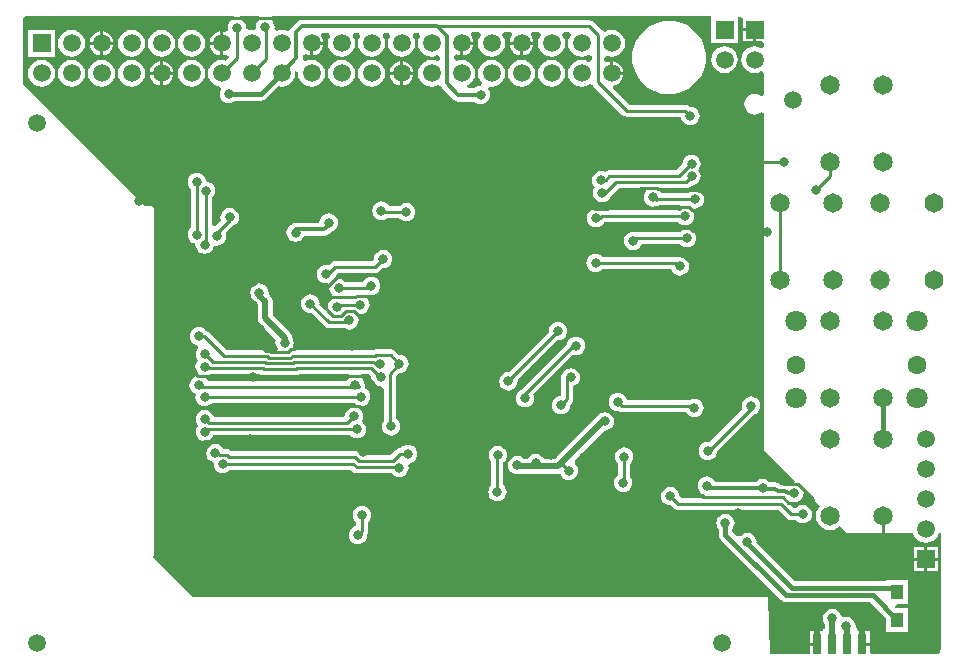
<source format=gtl>
%FSLAX43Y43*%
%MOMM*%
G71*
G01*
G75*
G04 Layer_Physical_Order=1*
G04 Layer_Color=255*
%ADD10R,0.800X1.800*%
%ADD11R,1.100X1.250*%
%ADD12C,1.500*%
%ADD13C,0.250*%
%ADD14C,0.300*%
%ADD15C,0.400*%
%ADD16C,0.500*%
%ADD17C,0.350*%
%ADD18C,1.650*%
%ADD19O,1.600X1.650*%
%ADD20C,1.600*%
%ADD21C,1.800*%
%ADD22C,1.520*%
%ADD23R,1.520X1.520*%
%ADD24R,1.500X1.500*%
%ADD25C,0.800*%
G36*
X61575Y52550D02*
X61575Y52317D01*
Y50300D01*
X63825D01*
Y52317D01*
X63825Y52482D01*
X64039Y52535D01*
X64236Y52378D01*
Y51552D01*
X65240D01*
Y51425D01*
X65367D01*
Y50421D01*
X65877D01*
X66054Y50244D01*
Y49993D01*
X65807Y49868D01*
X65534Y49981D01*
X65240Y50020D01*
X64946Y49981D01*
X64673Y49868D01*
X64438Y49687D01*
X64257Y49452D01*
X64144Y49179D01*
X64105Y48885D01*
X64144Y48591D01*
X64257Y48318D01*
X64438Y48083D01*
X64673Y47902D01*
X64946Y47789D01*
X65240Y47750D01*
X65534Y47789D01*
X65807Y47902D01*
X66054Y47777D01*
Y45907D01*
X66030Y45885D01*
X65804Y45798D01*
X65691Y45884D01*
X65478Y45972D01*
X65250Y46003D01*
X65022Y45972D01*
X64809Y45884D01*
X64626Y45744D01*
X64486Y45561D01*
X64398Y45348D01*
X64367Y45120D01*
X64398Y44892D01*
X64486Y44679D01*
X64626Y44496D01*
X64809Y44356D01*
X65022Y44268D01*
X65250Y44237D01*
X65478Y44268D01*
X65691Y44356D01*
X65804Y44442D01*
X66030Y44355D01*
X66054Y44333D01*
X66054Y15771D01*
X68650Y13175D01*
X68606Y13026D01*
X68544Y12928D01*
X68376Y12906D01*
X68188Y12828D01*
X68134Y12786D01*
X68048Y12844D01*
X67843Y12885D01*
X67415D01*
X67371Y12928D01*
X67197Y13044D01*
X66992Y13085D01*
X66529D01*
X66478Y13152D01*
X66316Y13276D01*
X66127Y13354D01*
X65925Y13381D01*
X65723Y13354D01*
X65534Y13276D01*
X65372Y13152D01*
X65359Y13135D01*
X61914D01*
X61880Y13216D01*
X61756Y13378D01*
X61594Y13503D01*
X61405Y13581D01*
X61203Y13607D01*
X61001Y13581D01*
X60812Y13503D01*
X60650Y13378D01*
X60526Y13216D01*
X60448Y13028D01*
X60421Y12826D01*
X60448Y12623D01*
X60526Y12435D01*
X60650Y12273D01*
X60812Y12149D01*
X61001Y12071D01*
X61083Y12060D01*
X61066Y11810D01*
X59106D01*
X58882Y11925D01*
X58855Y12127D01*
X58777Y12316D01*
X58653Y12478D01*
X58491Y12602D01*
X58302Y12680D01*
X58100Y12707D01*
X57898Y12680D01*
X57709Y12602D01*
X57547Y12478D01*
X57423Y12316D01*
X57345Y12127D01*
X57318Y11925D01*
X57345Y11723D01*
X57423Y11534D01*
X57547Y11372D01*
X57709Y11248D01*
X57898Y11170D01*
X58100Y11143D01*
X58154Y11150D01*
X58365Y10940D01*
X58530Y10829D01*
X58725Y10790D01*
X63082D01*
X63085Y10791D01*
X63722D01*
X63725Y10790D01*
X67232D01*
X67983Y10040D01*
X68148Y9929D01*
X68343Y9890D01*
X68739D01*
X68772Y9847D01*
X68934Y9723D01*
X69123Y9645D01*
X69325Y9618D01*
X69527Y9645D01*
X69716Y9723D01*
X69878Y9847D01*
X70002Y10009D01*
X70080Y10198D01*
X70107Y10400D01*
X70080Y10602D01*
X70002Y10791D01*
X69878Y10953D01*
X69716Y11077D01*
X69527Y11155D01*
X69325Y11182D01*
X69123Y11155D01*
X68934Y11077D01*
X68772Y10953D01*
X68512Y10952D01*
X68299Y11165D01*
X68328Y11251D01*
X68429Y11389D01*
X68578Y11369D01*
X68781Y11396D01*
X68969Y11474D01*
X69131Y11598D01*
X69255Y11760D01*
X69333Y11948D01*
X69355Y12116D01*
X69454Y12178D01*
X69603Y12222D01*
X70750Y11075D01*
X70582Y10855D01*
X70461Y10563D01*
X70420Y10250D01*
X70461Y9937D01*
X70582Y9645D01*
X70774Y9394D01*
X71025Y9202D01*
X71317Y9081D01*
X71630Y9040D01*
X71943Y9081D01*
X72235Y9202D01*
X72455Y9370D01*
X73006Y8818D01*
X78667Y8804D01*
X78767Y8563D01*
X78948Y8328D01*
X79183Y8147D01*
X79456Y8034D01*
X79750Y7995D01*
X80044Y8034D01*
X80317Y8147D01*
X80552Y8328D01*
X80733Y8563D01*
X80830Y8798D01*
X81067Y8797D01*
Y-250D01*
Y-250D01*
X81067Y-500D01*
D01*
X81051Y-743D01*
X81025Y-1002D01*
X80881Y-1479D01*
X75206Y-1479D01*
X75029Y-1302D01*
Y-752D01*
X74375D01*
Y-625D01*
X74248D01*
Y529D01*
X74080D01*
X73880Y650D01*
D01*
X73807Y900D01*
X73807Y901D01*
X73780Y1103D01*
X73702Y1292D01*
X73578Y1454D01*
X73416Y1578D01*
X73227Y1656D01*
X73025Y1683D01*
X72823Y1656D01*
X72584Y1778D01*
X72506Y1966D01*
X72381Y2128D01*
X72220Y2252D01*
X72031Y2330D01*
X71829Y2357D01*
X71626Y2330D01*
X71438Y2252D01*
X71276Y2128D01*
X71152Y1966D01*
X71074Y1778D01*
X71047Y1575D01*
X71074Y1373D01*
X71152Y1184D01*
X71198Y1124D01*
Y650D01*
X71060D01*
Y529D01*
X70692D01*
Y-625D01*
X70565D01*
Y-752D01*
X69911D01*
Y-1479D01*
X66509D01*
X66410Y3421D01*
X17704Y3421D01*
X14316Y6809D01*
X14400Y6934D01*
X14433Y7100D01*
Y36100D01*
X14400Y36266D01*
X14306Y36406D01*
X14166Y36500D01*
X14000Y36533D01*
X13617D01*
X3304Y46846D01*
X3304Y50296D01*
Y52351D01*
X3500Y52567D01*
X21146D01*
X21198Y52330D01*
X21009Y52252D01*
X20847Y52128D01*
X20723Y51966D01*
X20645Y51777D01*
X20618Y51575D01*
X20639Y51419D01*
X20539Y51304D01*
X20432Y51234D01*
X20375Y51258D01*
X20237Y51276D01*
Y50270D01*
Y49264D01*
X20375Y49282D01*
X20441Y49310D01*
X20720Y49156D01*
X20733Y49074D01*
X20469Y48810D01*
X20406Y48836D01*
X20110Y48875D01*
X19814Y48836D01*
X19538Y48721D01*
X19301Y48539D01*
X19119Y48302D01*
X19004Y48026D01*
X18965Y47730D01*
X19004Y47434D01*
X19119Y47158D01*
X19301Y46921D01*
X19538Y46739D01*
X19814Y46624D01*
X19920Y46610D01*
X20030Y46404D01*
X20039Y46342D01*
X19971Y46180D01*
X19944Y45977D01*
X19971Y45775D01*
X20049Y45587D01*
X20173Y45425D01*
X20335Y45300D01*
X20524Y45222D01*
X20726Y45196D01*
X20928Y45222D01*
X21117Y45300D01*
X21235Y45391D01*
X23437D01*
X23662Y45436D01*
X23852Y45563D01*
X24911Y46622D01*
X25190Y46585D01*
X25486Y46624D01*
X25762Y46739D01*
X25999Y46921D01*
X26181Y47158D01*
X26296Y47434D01*
X26335Y47730D01*
X26310Y47920D01*
X26363Y47959D01*
X26597Y47819D01*
X26585Y47730D01*
X26624Y47434D01*
X26739Y47158D01*
X26921Y46921D01*
X27158Y46739D01*
X27434Y46624D01*
X27730Y46585D01*
X28026Y46624D01*
X28302Y46739D01*
X28539Y46921D01*
X28721Y47158D01*
X28836Y47434D01*
X28875Y47730D01*
X28836Y48026D01*
X28721Y48302D01*
X28539Y48539D01*
X28302Y48721D01*
X28026Y48836D01*
X27730Y48875D01*
X27434Y48836D01*
X27217Y48746D01*
X27057Y48839D01*
X26995Y48912D01*
X27011Y48990D01*
Y49265D01*
X27261Y49367D01*
X27465Y49282D01*
X27603Y49264D01*
Y50270D01*
X27730D01*
Y50397D01*
X28736D01*
X28718Y50535D01*
X28616Y50781D01*
X28533Y50889D01*
X28656Y51139D01*
X29191D01*
X29315Y50889D01*
X29279Y50842D01*
X29164Y50566D01*
X29125Y50270D01*
X29164Y49974D01*
X29279Y49698D01*
X29461Y49461D01*
X29698Y49279D01*
X29974Y49164D01*
X30270Y49125D01*
X30566Y49164D01*
X30842Y49279D01*
X31079Y49461D01*
X31261Y49698D01*
X31376Y49974D01*
X31415Y50270D01*
X31376Y50566D01*
X31261Y50842D01*
X31225Y50889D01*
X31349Y51139D01*
X31731D01*
X31855Y50889D01*
X31819Y50842D01*
X31704Y50566D01*
X31665Y50270D01*
X31704Y49974D01*
X31819Y49698D01*
X32001Y49461D01*
X32238Y49279D01*
X32514Y49164D01*
X32810Y49125D01*
X33106Y49164D01*
X33382Y49279D01*
X33619Y49461D01*
X33801Y49698D01*
X33916Y49974D01*
X33955Y50270D01*
X33916Y50566D01*
X33801Y50842D01*
X33765Y50889D01*
X33889Y51139D01*
X34271D01*
X34395Y50889D01*
X34359Y50842D01*
X34244Y50566D01*
X34205Y50270D01*
X34244Y49974D01*
X34359Y49698D01*
X34541Y49461D01*
X34778Y49279D01*
X35054Y49164D01*
X35350Y49125D01*
X35646Y49164D01*
X35922Y49279D01*
X36159Y49461D01*
X36341Y49698D01*
X36456Y49974D01*
X36495Y50270D01*
X36456Y50566D01*
X36341Y50842D01*
X36305Y50889D01*
X36429Y51139D01*
X36811D01*
X36935Y50889D01*
X36899Y50842D01*
X36784Y50566D01*
X36745Y50270D01*
X36784Y49974D01*
X36899Y49698D01*
X37081Y49461D01*
X37318Y49279D01*
X37594Y49164D01*
X37890Y49125D01*
X38186Y49164D01*
X38389Y49248D01*
X38639Y49129D01*
Y48871D01*
X38389Y48752D01*
X38186Y48836D01*
X37890Y48875D01*
X37594Y48836D01*
X37318Y48721D01*
X37081Y48539D01*
X36899Y48302D01*
X36784Y48026D01*
X36745Y47730D01*
X36784Y47434D01*
X36899Y47158D01*
X37081Y46921D01*
X37318Y46739D01*
X37594Y46624D01*
X37890Y46585D01*
X38186Y46624D01*
X38415Y46719D01*
X38571Y46685D01*
X38712Y46615D01*
X38803Y46478D01*
X39778Y45503D01*
X39960Y45382D01*
X40175Y45339D01*
X41508D01*
X41659Y45223D01*
X41848Y45145D01*
X42050Y45118D01*
X42252Y45145D01*
X42441Y45223D01*
X42603Y45347D01*
X42727Y45509D01*
X42805Y45698D01*
X42832Y45900D01*
X42805Y46102D01*
X42727Y46291D01*
X42664Y46373D01*
X42795Y46608D01*
X42970Y46585D01*
X43266Y46624D01*
X43542Y46739D01*
X43779Y46921D01*
X43961Y47158D01*
X44076Y47434D01*
X44115Y47730D01*
X44076Y48026D01*
X43961Y48302D01*
X43779Y48539D01*
X43542Y48721D01*
X43266Y48836D01*
X42970Y48875D01*
X42674Y48836D01*
X42398Y48721D01*
X42161Y48539D01*
X41979Y48302D01*
X41864Y48026D01*
X41825Y47730D01*
X41864Y47434D01*
X41979Y47158D01*
X42161Y46921D01*
X42162Y46919D01*
X42063Y46680D01*
X42050Y46682D01*
X41848Y46655D01*
X41659Y46577D01*
X41508Y46461D01*
X40985D01*
X40935Y46711D01*
X41002Y46739D01*
X41239Y46921D01*
X41421Y47158D01*
X41536Y47434D01*
X41575Y47730D01*
X41536Y48026D01*
X41421Y48302D01*
X41239Y48539D01*
X41002Y48721D01*
X40726Y48836D01*
X40430Y48875D01*
X40134Y48836D01*
X40011Y48785D01*
X39761Y48951D01*
Y49215D01*
X40011Y49346D01*
X40165Y49282D01*
X40303Y49264D01*
Y50270D01*
X40430D01*
Y50397D01*
X41436D01*
X41418Y50535D01*
X41316Y50781D01*
X41194Y50940D01*
X41251Y51119D01*
X41306Y51190D01*
X41930D01*
X42054Y50940D01*
X41979Y50842D01*
X41864Y50566D01*
X41825Y50270D01*
X41864Y49974D01*
X41979Y49698D01*
X42161Y49461D01*
X42398Y49279D01*
X42674Y49164D01*
X42970Y49125D01*
X43266Y49164D01*
X43542Y49279D01*
X43779Y49461D01*
X43961Y49698D01*
X44076Y49974D01*
X44115Y50270D01*
X44076Y50566D01*
X43961Y50842D01*
X43886Y50940D01*
X44010Y51190D01*
X44634D01*
X44689Y51119D01*
X44746Y50940D01*
X44624Y50781D01*
X44522Y50535D01*
X44504Y50397D01*
X46516D01*
X46498Y50535D01*
X46396Y50781D01*
X46274Y50940D01*
X46331Y51119D01*
X46386Y51190D01*
X47010D01*
X47134Y50940D01*
X47059Y50842D01*
X46944Y50566D01*
X46905Y50270D01*
X46944Y49974D01*
X47059Y49698D01*
X47241Y49461D01*
X47478Y49279D01*
X47754Y49164D01*
X48050Y49125D01*
X48346Y49164D01*
X48622Y49279D01*
X48859Y49461D01*
X49041Y49698D01*
X49156Y49974D01*
X49195Y50270D01*
X49156Y50566D01*
X49041Y50842D01*
X48966Y50940D01*
X49090Y51190D01*
X49550D01*
X49674Y50940D01*
X49599Y50842D01*
X49484Y50566D01*
X49445Y50270D01*
X49484Y49974D01*
X49599Y49698D01*
X49781Y49461D01*
X50018Y49279D01*
X50294Y49164D01*
X50590Y49125D01*
X50886Y49164D01*
X51162Y49279D01*
X51190Y49300D01*
X51440Y49177D01*
Y48823D01*
X51190Y48700D01*
X51162Y48721D01*
X50886Y48836D01*
X50590Y48875D01*
X50294Y48836D01*
X50018Y48721D01*
X49781Y48539D01*
X49599Y48302D01*
X49484Y48026D01*
X49445Y47730D01*
X49484Y47434D01*
X49599Y47158D01*
X49781Y46921D01*
X50018Y46739D01*
X50294Y46624D01*
X50590Y46585D01*
X50886Y46624D01*
X51162Y46739D01*
X51232Y46792D01*
X51273Y46798D01*
X51551Y46722D01*
X51590Y46665D01*
X54040Y44215D01*
X54205Y44104D01*
X54237Y44098D01*
X54400Y44065D01*
X59025D01*
X59045Y43917D01*
X59123Y43729D01*
X59247Y43567D01*
X59409Y43443D01*
X59598Y43365D01*
X59800Y43338D01*
X60002Y43365D01*
X60191Y43443D01*
X60353Y43567D01*
X60477Y43729D01*
X60555Y43917D01*
X60582Y44120D01*
X60555Y44322D01*
X60477Y44511D01*
X60353Y44672D01*
X60191Y44797D01*
X60002Y44875D01*
X59800Y44901D01*
X59746Y44894D01*
X59705Y44935D01*
X59540Y45046D01*
X59345Y45085D01*
X54611D01*
X53228Y46468D01*
X53318Y46732D01*
X53395Y46742D01*
X53641Y46844D01*
X53853Y47007D01*
X54016Y47219D01*
X54118Y47465D01*
X54136Y47603D01*
X53130D01*
Y47730D01*
X53003D01*
Y48736D01*
X52865Y48718D01*
X52710Y48653D01*
X52460Y48784D01*
Y49050D01*
X52710Y49216D01*
X52834Y49164D01*
X53130Y49125D01*
X53426Y49164D01*
X53702Y49279D01*
X53939Y49461D01*
X54121Y49698D01*
X54236Y49974D01*
X54275Y50270D01*
X54236Y50566D01*
X54121Y50842D01*
X53939Y51079D01*
X53702Y51261D01*
X53426Y51376D01*
X53130Y51415D01*
X52834Y51376D01*
X52558Y51261D01*
X52310Y51360D01*
X51610Y52060D01*
X51445Y52171D01*
X51250Y52210D01*
X38577D01*
X38565Y52218D01*
X38350Y52261D01*
X26900D01*
X26685Y52218D01*
X26503Y52097D01*
X26053Y51647D01*
X25932Y51465D01*
X25929Y51449D01*
X25899Y51416D01*
X25646Y51310D01*
X25486Y51376D01*
X25190Y51415D01*
X24894Y51376D01*
X24806Y51339D01*
X24729Y51378D01*
X24591Y51521D01*
X24608Y51653D01*
X24581Y51855D01*
X24503Y52044D01*
X24379Y52205D01*
X24234Y52317D01*
X24233Y52344D01*
X24374Y52567D01*
X61332D01*
X61575Y52550D01*
D02*
G37*
G36*
X23420Y52344D02*
X23419Y52317D01*
X23274Y52205D01*
X23149Y52044D01*
X23071Y51855D01*
X23045Y51653D01*
X23051Y51603D01*
X23031Y51560D01*
X22840Y51390D01*
X22650Y51415D01*
X22409Y51383D01*
X22260Y51484D01*
X22182Y51575D01*
X22155Y51777D01*
X22077Y51966D01*
X21953Y52128D01*
X21791Y52252D01*
X21602Y52330D01*
X21654Y52567D01*
X23279D01*
X23420Y52344D01*
D02*
G37*
%LPC*%
G36*
X33798Y32783D02*
X33596Y32757D01*
X33407Y32679D01*
X33246Y32554D01*
X33121Y32393D01*
X33043Y32204D01*
X33017Y32002D01*
X32822Y31835D01*
X29750D01*
X29587Y31802D01*
X29555Y31796D01*
X29390Y31685D01*
X29176Y31472D01*
X29154Y31482D01*
X28952Y31508D01*
X28749Y31482D01*
X28561Y31404D01*
X28399Y31279D01*
X28275Y31118D01*
X28197Y30929D01*
X28170Y30727D01*
X28197Y30524D01*
X28275Y30336D01*
X28399Y30174D01*
X28561Y30050D01*
X28749Y29972D01*
X28952Y29945D01*
X29098Y29964D01*
X29226Y29850D01*
X29282Y29754D01*
X29272Y29729D01*
X29245Y29527D01*
X29272Y29324D01*
X29350Y29136D01*
X29474Y28974D01*
X29551Y28914D01*
X29537Y28655D01*
X29526Y28633D01*
X29509Y28626D01*
X29347Y28502D01*
X29223Y28340D01*
X29145Y28152D01*
X29118Y27949D01*
X29140Y27788D01*
X29049Y27711D01*
X28914Y27660D01*
X28401Y28173D01*
X28408Y28227D01*
X28382Y28429D01*
X28303Y28617D01*
X28179Y28779D01*
X28017Y28904D01*
X27829Y28982D01*
X27627Y29008D01*
X27424Y28982D01*
X27236Y28904D01*
X27074Y28779D01*
X26950Y28617D01*
X26871Y28429D01*
X26845Y28227D01*
X26871Y28024D01*
X26950Y27836D01*
X27074Y27674D01*
X27236Y27550D01*
X27424Y27471D01*
X27627Y27445D01*
X27680Y27452D01*
X28843Y26290D01*
X29008Y26179D01*
X29040Y26173D01*
X29203Y26140D01*
X30533D01*
X30553Y26125D01*
X30742Y26046D01*
X30944Y26020D01*
X31146Y26046D01*
X31335Y26125D01*
X31497Y26249D01*
X31621Y26411D01*
X31699Y26599D01*
X31726Y26801D01*
X31699Y27004D01*
X31650Y27123D01*
X31751Y27302D01*
X31813Y27353D01*
X31877Y27345D01*
X32079Y27371D01*
X32268Y27450D01*
X32429Y27574D01*
X32554Y27736D01*
X32632Y27924D01*
X32658Y28127D01*
X32632Y28329D01*
X32554Y28517D01*
X32481Y28612D01*
X32485Y28847D01*
X32512Y28931D01*
X32574Y28972D01*
X32777Y28945D01*
X32979Y28972D01*
X33168Y29050D01*
X33330Y29174D01*
X33454Y29336D01*
X33532Y29524D01*
X33558Y29727D01*
X33532Y29929D01*
X33454Y30117D01*
X33330Y30279D01*
X33168Y30404D01*
X32979Y30482D01*
X32777Y30508D01*
X32574Y30482D01*
X32386Y30404D01*
X32224Y30279D01*
X32100Y30117D01*
X32065Y30033D01*
X30615D01*
X30579Y30079D01*
X30417Y30204D01*
X30229Y30282D01*
X30027Y30308D01*
X29794Y30506D01*
X29784Y30638D01*
X29961Y30815D01*
X33122D01*
X33317Y30854D01*
X33482Y30965D01*
X33745Y31227D01*
X33798Y31220D01*
X34001Y31247D01*
X34189Y31325D01*
X34351Y31449D01*
X34475Y31611D01*
X34553Y31799D01*
X34580Y32002D01*
X34553Y32204D01*
X34475Y32393D01*
X34351Y32554D01*
X34189Y32679D01*
X34001Y32757D01*
X33798Y32783D01*
D02*
G37*
G36*
X18026Y39309D02*
X17824Y39282D01*
X17635Y39204D01*
X17473Y39080D01*
X17349Y38918D01*
X17271Y38729D01*
X17244Y38527D01*
X17271Y38325D01*
X17349Y38136D01*
X17473Y37974D01*
X17516Y37941D01*
Y34663D01*
X17473Y34630D01*
X17349Y34468D01*
X17271Y34279D01*
X17244Y34077D01*
X17271Y33875D01*
X17349Y33686D01*
X17473Y33524D01*
X17635Y33400D01*
X17824Y33322D01*
X17895Y33229D01*
X17894Y33227D01*
X17921Y33024D01*
X17999Y32836D01*
X18123Y32674D01*
X18285Y32550D01*
X18474Y32472D01*
X18676Y32445D01*
X18878Y32472D01*
X19067Y32550D01*
X19229Y32674D01*
X19353Y32836D01*
X19431Y33024D01*
X19700Y33149D01*
X19726Y33145D01*
X19928Y33172D01*
X20117Y33250D01*
X20279Y33374D01*
X20403Y33536D01*
X20481Y33725D01*
X20508Y33927D01*
X20481Y34129D01*
X20450Y34204D01*
X21028Y34782D01*
X21192Y34850D01*
X21354Y34974D01*
X21478Y35136D01*
X21556Y35325D01*
X21583Y35527D01*
X21556Y35729D01*
X21478Y35918D01*
X21354Y36080D01*
X21192Y36204D01*
X21003Y36282D01*
X20801Y36309D01*
X20599Y36282D01*
X20410Y36204D01*
X20248Y36080D01*
X20124Y35918D01*
X20046Y35729D01*
X20020Y35527D01*
X20046Y35325D01*
X20070Y35266D01*
X19560Y34756D01*
X19315Y34857D01*
X19310Y34864D01*
Y37215D01*
X19354Y37249D01*
X19478Y37411D01*
X19556Y37600D01*
X19583Y37802D01*
X19556Y38004D01*
X19478Y38193D01*
X19354Y38355D01*
X19192Y38479D01*
X19003Y38557D01*
X18801Y38584D01*
X18800Y38584D01*
X18781Y38729D01*
X18703Y38918D01*
X18579Y39080D01*
X18417Y39204D01*
X18228Y39282D01*
X18026Y39309D01*
D02*
G37*
G36*
X29177Y35859D02*
X28974Y35832D01*
X28786Y35754D01*
X28624Y35630D01*
X28500Y35468D01*
X28422Y35279D01*
X28396Y35086D01*
X26375D01*
X26160Y35043D01*
X25978Y34922D01*
X25971Y34911D01*
X25822Y34797D01*
X25698Y34635D01*
X25620Y34446D01*
X25593Y34244D01*
X25620Y34041D01*
X25698Y33853D01*
X25822Y33691D01*
X25984Y33567D01*
X26173Y33489D01*
X26375Y33462D01*
X26577Y33489D01*
X26766Y33567D01*
X26928Y33691D01*
X27052Y33853D01*
X27098Y33964D01*
X28825D01*
X29040Y34007D01*
X29222Y34128D01*
X29440Y34347D01*
X29567Y34400D01*
X29729Y34524D01*
X29854Y34686D01*
X29932Y34875D01*
X29958Y35077D01*
X29932Y35279D01*
X29854Y35468D01*
X29729Y35630D01*
X29567Y35754D01*
X29379Y35832D01*
X29177Y35859D01*
D02*
G37*
G36*
X51775Y32457D02*
X51573Y32430D01*
X51384Y32352D01*
X51222Y32228D01*
X51098Y32066D01*
X51020Y31877D01*
X50993Y31675D01*
X51020Y31473D01*
X51098Y31284D01*
X51222Y31122D01*
X51384Y30998D01*
X51573Y30920D01*
X51775Y30893D01*
X51977Y30920D01*
X52166Y30998D01*
X52328Y31122D01*
X52361Y31165D01*
X58148D01*
X58223Y30984D01*
X58347Y30822D01*
X58509Y30698D01*
X58698Y30620D01*
X58900Y30593D01*
X59102Y30620D01*
X59291Y30698D01*
X59453Y30822D01*
X59577Y30984D01*
X59655Y31173D01*
X59682Y31375D01*
X59655Y31577D01*
X59577Y31766D01*
X59453Y31928D01*
X59291Y32052D01*
X59102Y32130D01*
X58900Y32157D01*
X58799Y32143D01*
X58795Y32146D01*
X58600Y32185D01*
X52361D01*
X52328Y32228D01*
X52166Y32352D01*
X51977Y32430D01*
X51775Y32457D01*
D02*
G37*
G36*
X50125Y25432D02*
X49923Y25405D01*
X49734Y25327D01*
X49572Y25203D01*
X49448Y25041D01*
X49370Y24852D01*
X49368Y24838D01*
X45449Y20918D01*
X45409Y20902D01*
X45247Y20778D01*
X45123Y20616D01*
X45045Y20427D01*
X45018Y20225D01*
X45045Y20023D01*
X45123Y19834D01*
X45247Y19672D01*
X45409Y19548D01*
X45598Y19470D01*
X45800Y19443D01*
X46002Y19470D01*
X46191Y19548D01*
X46353Y19672D01*
X46477Y19834D01*
X46555Y20023D01*
X46582Y20225D01*
X46555Y20427D01*
X46509Y20537D01*
X49883Y23911D01*
X49923Y23895D01*
X50125Y23868D01*
X50327Y23895D01*
X50516Y23973D01*
X50678Y24097D01*
X50802Y24259D01*
X50880Y24448D01*
X50907Y24650D01*
X50880Y24852D01*
X50802Y25041D01*
X50678Y25203D01*
X50516Y25327D01*
X50327Y25405D01*
X50125Y25432D01*
D02*
G37*
G36*
X23326Y29933D02*
X23124Y29907D01*
X22935Y29829D01*
X22774Y29704D01*
X22649Y29542D01*
X22571Y29354D01*
X22545Y29152D01*
X22571Y28949D01*
X22649Y28761D01*
X22774Y28599D01*
X22777Y28596D01*
X22876Y28449D01*
X23163Y28162D01*
Y26973D01*
X23211Y26729D01*
X23349Y26522D01*
X24707Y25165D01*
X24695Y25136D01*
X24668Y24934D01*
X24695Y24731D01*
X24773Y24543D01*
X24868Y24419D01*
X24831Y24276D01*
X24763Y24169D01*
X24273D01*
X24195Y24221D01*
X24000Y24260D01*
X20535D01*
X18959Y25835D01*
X18839Y25916D01*
X18753Y26028D01*
X18591Y26152D01*
X18402Y26230D01*
X18200Y26257D01*
X17998Y26230D01*
X17809Y26152D01*
X17647Y26028D01*
X17523Y25866D01*
X17445Y25677D01*
X17418Y25475D01*
X17445Y25273D01*
X17523Y25084D01*
X17647Y24922D01*
X17809Y24798D01*
X17998Y24720D01*
X18043Y24714D01*
X18106Y24573D01*
X18126Y24451D01*
X18023Y24317D01*
X17945Y24129D01*
X17918Y23926D01*
X17945Y23724D01*
X18023Y23535D01*
X18114Y23417D01*
X17999Y23267D01*
X17921Y23079D01*
X17894Y22876D01*
X17921Y22674D01*
X17999Y22485D01*
X18103Y22350D01*
X18084Y22233D01*
X18020Y22087D01*
X17974Y22081D01*
X17785Y22003D01*
X17623Y21879D01*
X17499Y21717D01*
X17421Y21529D01*
X17394Y21326D01*
X17421Y21124D01*
X17499Y20935D01*
X17623Y20773D01*
X17785Y20649D01*
X17953Y20580D01*
X17921Y20503D01*
X17894Y20301D01*
X17921Y20099D01*
X17999Y19910D01*
X18123Y19748D01*
X18285Y19624D01*
X18474Y19546D01*
X18676Y19519D01*
X18878Y19546D01*
X19067Y19624D01*
X19229Y19748D01*
X19299Y19840D01*
X31339D01*
X31372Y19797D01*
X31516Y19687D01*
X31519Y19664D01*
X31361Y19455D01*
X31350Y19457D01*
X31148Y19430D01*
X30959Y19352D01*
X30797Y19228D01*
X30673Y19066D01*
X30595Y18877D01*
X30568Y18675D01*
X30334Y18610D01*
X19457D01*
X19455Y18627D01*
X19377Y18816D01*
X19253Y18978D01*
X19091Y19102D01*
X18902Y19180D01*
X18700Y19207D01*
X18498Y19180D01*
X18309Y19102D01*
X18147Y18978D01*
X18023Y18816D01*
X17945Y18627D01*
X17918Y18425D01*
X17945Y18223D01*
X18023Y18034D01*
X18126Y17900D01*
X18023Y17766D01*
X17945Y17577D01*
X17918Y17375D01*
X17945Y17173D01*
X18023Y16984D01*
X18147Y16822D01*
X18309Y16698D01*
X18498Y16620D01*
X18700Y16593D01*
X18902Y16620D01*
X19091Y16698D01*
X19253Y16822D01*
X19377Y16984D01*
X19421Y17090D01*
X30992D01*
X31024Y17048D01*
X31186Y16924D01*
X31374Y16846D01*
X31577Y16819D01*
X31779Y16846D01*
X31967Y16924D01*
X32129Y17048D01*
X32254Y17210D01*
X32332Y17399D01*
X32358Y17601D01*
X32332Y17803D01*
X32254Y17992D01*
X32129Y18154D01*
X32002Y18251D01*
X32027Y18284D01*
X32105Y18473D01*
X32132Y18675D01*
X32105Y18877D01*
X32027Y19066D01*
X31903Y19228D01*
X31759Y19338D01*
X31756Y19361D01*
X31914Y19570D01*
X31925Y19568D01*
X32127Y19595D01*
X32316Y19673D01*
X32478Y19797D01*
X32602Y19959D01*
X32680Y20148D01*
X32707Y20350D01*
X32680Y20552D01*
X32602Y20741D01*
X32478Y20903D01*
X32316Y21027D01*
X32256Y21052D01*
X32285Y21200D01*
X32246Y21395D01*
X32208Y21452D01*
X32195Y21552D01*
X32117Y21741D01*
X31993Y21903D01*
X31879Y21990D01*
X31918Y22190D01*
X31944Y22240D01*
X32568D01*
X32795Y22013D01*
X32793Y22000D01*
X32820Y21798D01*
X32898Y21609D01*
X33022Y21447D01*
X33184Y21323D01*
X33373Y21245D01*
X33575Y21218D01*
X33590Y21220D01*
X33840Y21015D01*
Y18271D01*
X33798Y18216D01*
X33720Y18027D01*
X33693Y17825D01*
X33720Y17623D01*
X33798Y17434D01*
X33922Y17272D01*
X34084Y17148D01*
X34273Y17070D01*
X34475Y17043D01*
X34677Y17070D01*
X34866Y17148D01*
X35028Y17272D01*
X35152Y17434D01*
X35230Y17623D01*
X35257Y17825D01*
X35230Y18027D01*
X35152Y18216D01*
X35028Y18378D01*
X34866Y18502D01*
X34860Y18504D01*
Y22089D01*
X35121Y22350D01*
X35175Y22343D01*
X35377Y22370D01*
X35566Y22448D01*
X35728Y22572D01*
X35852Y22734D01*
X35930Y22923D01*
X35957Y23125D01*
X35930Y23327D01*
X35852Y23516D01*
X35728Y23678D01*
X35566Y23802D01*
X35377Y23880D01*
X35175Y23907D01*
X35121Y23900D01*
X34810Y24210D01*
X34645Y24321D01*
X34450Y24360D01*
X33229D01*
X33034Y24321D01*
X32942Y24260D01*
X26225D01*
X26102Y24510D01*
X26127Y24543D01*
X26205Y24731D01*
X26232Y24934D01*
X26205Y25136D01*
X26127Y25324D01*
X26073Y25395D01*
X26039Y25567D01*
X25901Y25773D01*
X24437Y27237D01*
Y28425D01*
X24437Y28425D01*
X24389Y28669D01*
X24251Y28876D01*
X24251Y28876D01*
X24093Y29034D01*
X24108Y29152D01*
X24081Y29354D01*
X24003Y29542D01*
X23879Y29704D01*
X23717Y29829D01*
X23529Y29907D01*
X23326Y29933D01*
D02*
G37*
G36*
X48600Y26682D02*
X48398Y26655D01*
X48209Y26577D01*
X48047Y26453D01*
X47923Y26291D01*
X47845Y26102D01*
X47818Y25900D01*
X47825Y25846D01*
X44411Y22432D01*
X44402Y22433D01*
X44200Y22406D01*
X44011Y22328D01*
X43850Y22204D01*
X43725Y22042D01*
X43647Y21854D01*
X43621Y21651D01*
X43647Y21449D01*
X43725Y21260D01*
X43850Y21098D01*
X44011Y20974D01*
X44200Y20896D01*
X44402Y20870D01*
X44605Y20896D01*
X44793Y20974D01*
X44955Y21098D01*
X45079Y21260D01*
X45157Y21449D01*
X45184Y21651D01*
X45171Y21750D01*
X48546Y25125D01*
X48600Y25118D01*
X48802Y25145D01*
X48991Y25223D01*
X49153Y25347D01*
X49277Y25509D01*
X49355Y25698D01*
X49382Y25900D01*
X49355Y26102D01*
X49277Y26291D01*
X49153Y26453D01*
X48991Y26577D01*
X48802Y26655D01*
X48600Y26682D01*
D02*
G37*
G36*
X59528Y34558D02*
X59326Y34532D01*
X59137Y34454D01*
X58975Y34329D01*
X58942Y34286D01*
X55204D01*
X55155Y34307D01*
X54953Y34333D01*
X54750Y34307D01*
X54562Y34229D01*
X54400Y34104D01*
X54276Y33942D01*
X54198Y33754D01*
X54171Y33552D01*
X54198Y33349D01*
X54276Y33161D01*
X54400Y32999D01*
X54562Y32875D01*
X54750Y32797D01*
X54953Y32770D01*
X55155Y32797D01*
X55344Y32875D01*
X55505Y32999D01*
X55630Y33161D01*
X55674Y33267D01*
X58942D01*
X58975Y33224D01*
X59137Y33100D01*
X59326Y33022D01*
X59528Y32995D01*
X59730Y33022D01*
X59919Y33100D01*
X60081Y33224D01*
X60205Y33386D01*
X60283Y33574D01*
X60310Y33777D01*
X60283Y33979D01*
X60205Y34167D01*
X60081Y34329D01*
X59919Y34454D01*
X59730Y34532D01*
X59528Y34558D01*
D02*
G37*
G36*
X7410Y48875D02*
X7114Y48836D01*
X6838Y48721D01*
X6601Y48539D01*
X6419Y48302D01*
X6304Y48026D01*
X6265Y47730D01*
X6304Y47434D01*
X6419Y47158D01*
X6601Y46921D01*
X6838Y46739D01*
X7114Y46624D01*
X7410Y46585D01*
X7706Y46624D01*
X7982Y46739D01*
X8219Y46921D01*
X8401Y47158D01*
X8516Y47434D01*
X8555Y47730D01*
X8516Y48026D01*
X8401Y48302D01*
X8219Y48539D01*
X7982Y48721D01*
X7706Y48836D01*
X7410Y48875D01*
D02*
G37*
G36*
X9950D02*
X9654Y48836D01*
X9378Y48721D01*
X9141Y48539D01*
X8959Y48302D01*
X8844Y48026D01*
X8805Y47730D01*
X8844Y47434D01*
X8959Y47158D01*
X9141Y46921D01*
X9378Y46739D01*
X9654Y46624D01*
X9950Y46585D01*
X10246Y46624D01*
X10522Y46739D01*
X10759Y46921D01*
X10941Y47158D01*
X11056Y47434D01*
X11095Y47730D01*
X11056Y48026D01*
X10941Y48302D01*
X10759Y48539D01*
X10522Y48721D01*
X10246Y48836D01*
X9950Y48875D01*
D02*
G37*
G36*
X12490D02*
X12194Y48836D01*
X11918Y48721D01*
X11681Y48539D01*
X11499Y48302D01*
X11384Y48026D01*
X11345Y47730D01*
X11384Y47434D01*
X11499Y47158D01*
X11681Y46921D01*
X11918Y46739D01*
X12194Y46624D01*
X12490Y46585D01*
X12786Y46624D01*
X13062Y46739D01*
X13299Y46921D01*
X13481Y47158D01*
X13596Y47434D01*
X13635Y47730D01*
X13596Y48026D01*
X13481Y48302D01*
X13299Y48539D01*
X13062Y48721D01*
X12786Y48836D01*
X12490Y48875D01*
D02*
G37*
G36*
X4870D02*
X4574Y48836D01*
X4298Y48721D01*
X4061Y48539D01*
X3879Y48302D01*
X3764Y48026D01*
X3725Y47730D01*
X3764Y47434D01*
X3879Y47158D01*
X4061Y46921D01*
X4298Y46739D01*
X4574Y46624D01*
X4870Y46585D01*
X5166Y46624D01*
X5442Y46739D01*
X5679Y46921D01*
X5861Y47158D01*
X5976Y47434D01*
X6015Y47730D01*
X5976Y48026D01*
X5861Y48302D01*
X5679Y48539D01*
X5442Y48721D01*
X5166Y48836D01*
X4870Y48875D01*
D02*
G37*
G36*
X33652Y36884D02*
X33450Y36857D01*
X33261Y36779D01*
X33099Y36655D01*
X32975Y36493D01*
X32897Y36304D01*
X32870Y36102D01*
X32897Y35900D01*
X32975Y35711D01*
X33099Y35549D01*
X33261Y35425D01*
X33450Y35347D01*
X33652Y35320D01*
X33854Y35347D01*
X34043Y35425D01*
X34095Y35465D01*
X35164D01*
X35197Y35422D01*
X35359Y35298D01*
X35548Y35220D01*
X35750Y35193D01*
X35952Y35220D01*
X36141Y35298D01*
X36303Y35422D01*
X36427Y35584D01*
X36505Y35773D01*
X36532Y35975D01*
X36505Y36177D01*
X36427Y36366D01*
X36303Y36528D01*
X36141Y36652D01*
X35952Y36730D01*
X35750Y36757D01*
X35548Y36730D01*
X35359Y36652D01*
X35197Y36528D01*
X35164Y36485D01*
X34332D01*
X34329Y36493D01*
X34205Y36655D01*
X34043Y36779D01*
X33854Y36857D01*
X33652Y36884D01*
D02*
G37*
G36*
X59903Y40834D02*
X59701Y40807D01*
X59512Y40729D01*
X59350Y40605D01*
X59226Y40443D01*
X59148Y40254D01*
X59121Y40052D01*
X59123Y40039D01*
X58596Y39511D01*
X52952D01*
X52757Y39473D01*
X52611Y39375D01*
X52477Y39430D01*
X52275Y39457D01*
X52073Y39430D01*
X51884Y39352D01*
X51722Y39228D01*
X51598Y39066D01*
X51520Y38877D01*
X51493Y38675D01*
X51520Y38473D01*
X51598Y38284D01*
X51722Y38122D01*
X51740Y38109D01*
X51651Y37993D01*
X51572Y37804D01*
X51546Y37602D01*
X51572Y37400D01*
X51651Y37211D01*
X51775Y37049D01*
X51937Y36925D01*
X52125Y36847D01*
X52328Y36820D01*
X52530Y36847D01*
X52718Y36925D01*
X52880Y37049D01*
X53005Y37211D01*
X53023Y37255D01*
X53759Y37992D01*
X55941D01*
X56009Y37884D01*
X56046Y37742D01*
X55951Y37618D01*
X55873Y37429D01*
X55846Y37227D01*
X55873Y37025D01*
X55951Y36836D01*
X56075Y36674D01*
X56237Y36550D01*
X56425Y36472D01*
X56628Y36445D01*
X56825Y36471D01*
X56855Y36465D01*
X57050Y36504D01*
X57144Y36567D01*
X58944D01*
X58994Y36317D01*
X58962Y36304D01*
X58800Y36179D01*
X58785Y36160D01*
X52300D01*
X52225Y36145D01*
X52216Y36152D01*
X52027Y36230D01*
X51825Y36257D01*
X51623Y36230D01*
X51434Y36152D01*
X51272Y36028D01*
X51148Y35866D01*
X51070Y35677D01*
X51043Y35475D01*
X51070Y35273D01*
X51148Y35084D01*
X51272Y34922D01*
X51434Y34798D01*
X51623Y34720D01*
X51825Y34693D01*
X52027Y34720D01*
X52216Y34798D01*
X52378Y34922D01*
X52502Y35084D01*
X52525Y35140D01*
X58749D01*
X58800Y35074D01*
X58962Y34950D01*
X59151Y34872D01*
X59353Y34845D01*
X59555Y34872D01*
X59744Y34950D01*
X59906Y35074D01*
X60030Y35236D01*
X60108Y35424D01*
X60135Y35627D01*
X60108Y35829D01*
X60030Y36018D01*
X60013Y36040D01*
X60148Y36274D01*
X60177Y36270D01*
X60379Y36297D01*
X60568Y36375D01*
X60730Y36499D01*
X60854Y36661D01*
X60932Y36850D01*
X60959Y37052D01*
X60932Y37254D01*
X60854Y37443D01*
X60730Y37605D01*
X60568Y37729D01*
X60379Y37807D01*
X60177Y37834D01*
X59975Y37807D01*
X59786Y37729D01*
X59624Y37605D01*
X59611Y37587D01*
X57384D01*
X57249Y37768D01*
X57356Y37990D01*
X59401D01*
X59596Y38029D01*
X59762Y38140D01*
X59849Y38227D01*
X59903Y38220D01*
X60105Y38247D01*
X60294Y38325D01*
X60456Y38449D01*
X60580Y38611D01*
X60658Y38800D01*
X60685Y39002D01*
X60658Y39204D01*
X60580Y39393D01*
X60477Y39527D01*
X60580Y39661D01*
X60658Y39850D01*
X60685Y40052D01*
X60658Y40254D01*
X60580Y40443D01*
X60456Y40605D01*
X60294Y40729D01*
X60105Y40807D01*
X59903Y40834D01*
D02*
G37*
G36*
X58328Y52156D02*
X57611D01*
X56944Y51992D01*
X56206Y51608D01*
X55677Y51143D01*
X55203Y50464D01*
X54905Y49516D01*
X54905Y48707D01*
X55003Y48210D01*
X55280Y47542D01*
X55556Y47129D01*
X56076Y46609D01*
X56359Y46410D01*
X56959Y46126D01*
X57352Y46007D01*
X57698Y45956D01*
X58378D01*
X58847Y46049D01*
X59617Y46368D01*
X60689Y47440D01*
X61023Y48245D01*
X61105Y48656D01*
X61105Y49429D01*
X61002Y49946D01*
X60767Y50512D01*
X60454Y50982D01*
X59956Y51479D01*
X59510Y51777D01*
X58845Y52053D01*
X58328Y52156D01*
D02*
G37*
G36*
X80754Y6463D02*
X79877D01*
Y5586D01*
X80754D01*
Y6463D01*
D02*
G37*
G36*
X79623Y7594D02*
X78746D01*
Y6717D01*
X79623D01*
Y7594D01*
D02*
G37*
G36*
X80754D02*
X79877D01*
Y6717D01*
X80754D01*
Y7594D01*
D02*
G37*
G36*
X79623Y6463D02*
X78746D01*
Y5586D01*
X79623D01*
Y6463D01*
D02*
G37*
G36*
X70438Y529D02*
X69911D01*
Y-498D01*
X70438D01*
Y529D01*
D02*
G37*
G36*
X75029D02*
X74502D01*
Y-498D01*
X75029D01*
Y529D01*
D02*
G37*
G36*
X62778Y10432D02*
X62576Y10406D01*
X62387Y10328D01*
X62225Y10203D01*
X62101Y10041D01*
X62023Y9853D01*
X61997Y9651D01*
X62023Y9448D01*
X62101Y9260D01*
X62192Y9142D01*
Y8670D01*
X62237Y8445D01*
X62364Y8255D01*
X67508Y3110D01*
X67699Y2983D01*
X67923Y2939D01*
X75007D01*
X76400Y1546D01*
Y450D01*
X78250D01*
Y2450D01*
X77243D01*
X77166Y2550D01*
X77289Y2800D01*
X78250D01*
Y4800D01*
X76400D01*
Y4761D01*
X68668D01*
X65406Y8023D01*
X65407Y8025D01*
X65380Y8227D01*
X65302Y8416D01*
X65178Y8578D01*
X65016Y8702D01*
X64827Y8780D01*
X64625Y8807D01*
X64423Y8780D01*
X64234Y8702D01*
X64072Y8578D01*
X64064Y8567D01*
X63741Y8536D01*
X63364Y8913D01*
Y9142D01*
X63455Y9260D01*
X63533Y9448D01*
X63560Y9651D01*
X63533Y9853D01*
X63455Y10041D01*
X63331Y10203D01*
X63169Y10328D01*
X62981Y10406D01*
X62778Y10432D01*
D02*
G37*
G36*
X32000Y11107D02*
X31798Y11080D01*
X31609Y11002D01*
X31447Y10878D01*
X31323Y10716D01*
X31245Y10527D01*
X31218Y10325D01*
X31245Y10123D01*
X31323Y9934D01*
X31447Y9772D01*
X31490Y9739D01*
Y9386D01*
X31449Y9380D01*
X31261Y9302D01*
X31099Y9178D01*
X30975Y9016D01*
X30896Y8828D01*
X30870Y8625D01*
X30896Y8423D01*
X30975Y8235D01*
X31099Y8073D01*
X31261Y7948D01*
X31449Y7870D01*
X31652Y7844D01*
X31854Y7870D01*
X32042Y7948D01*
X32204Y8073D01*
X32329Y8235D01*
X32407Y8423D01*
X32433Y8625D01*
X32423Y8706D01*
X32471Y8779D01*
X32510Y8974D01*
Y9739D01*
X32553Y9772D01*
X32677Y9934D01*
X32755Y10123D01*
X32782Y10325D01*
X32755Y10527D01*
X32677Y10716D01*
X32553Y10878D01*
X32391Y11002D01*
X32202Y11080D01*
X32000Y11107D01*
D02*
G37*
G36*
X52550Y19032D02*
X52348Y19005D01*
X52159Y18927D01*
X51997Y18803D01*
X51901Y18677D01*
X48487Y15263D01*
X48336Y15112D01*
X47381D01*
X47379Y15117D01*
X47255Y15279D01*
X47093Y15403D01*
X46905Y15481D01*
X46702Y15508D01*
X46500Y15481D01*
X46312Y15403D01*
X46150Y15279D01*
X46025Y15117D01*
X46024Y15112D01*
X45694D01*
X45543Y15228D01*
X45355Y15306D01*
X45152Y15333D01*
X44950Y15306D01*
X44762Y15228D01*
X44600Y15104D01*
X44475Y14942D01*
X44397Y14753D01*
X44371Y14551D01*
X44397Y14349D01*
X44475Y14160D01*
X44600Y13998D01*
X44762Y13874D01*
X44950Y13796D01*
X45152Y13769D01*
X45355Y13796D01*
X45456Y13838D01*
X48600D01*
X48763Y13870D01*
X48834Y13698D01*
X48959Y13536D01*
X49121Y13412D01*
X49309Y13334D01*
X49511Y13307D01*
X49714Y13334D01*
X49902Y13412D01*
X50064Y13536D01*
X50188Y13698D01*
X50266Y13886D01*
X50293Y14089D01*
X50266Y14291D01*
X50188Y14479D01*
X50064Y14641D01*
X50040Y14660D01*
X50004Y14977D01*
X52501Y17475D01*
X52550Y17468D01*
X52752Y17495D01*
X52941Y17573D01*
X53103Y17697D01*
X53227Y17859D01*
X53305Y18048D01*
X53332Y18250D01*
X53305Y18452D01*
X53227Y18641D01*
X53103Y18803D01*
X52941Y18927D01*
X52752Y19005D01*
X52550Y19032D01*
D02*
G37*
G36*
X53675Y20682D02*
X53473Y20655D01*
X53284Y20577D01*
X53122Y20453D01*
X52998Y20291D01*
X52920Y20102D01*
X52893Y19900D01*
X52920Y19698D01*
X52998Y19509D01*
X53122Y19347D01*
X53284Y19223D01*
X53473Y19145D01*
X53675Y19118D01*
X53755Y19129D01*
X53830Y19079D01*
X54025Y19040D01*
X59464D01*
X59478Y19007D01*
X59602Y18846D01*
X59764Y18721D01*
X59953Y18643D01*
X60155Y18617D01*
X60357Y18643D01*
X60546Y18721D01*
X60708Y18846D01*
X60832Y19007D01*
X60910Y19196D01*
X60937Y19398D01*
X60910Y19601D01*
X60832Y19789D01*
X60708Y19951D01*
X60546Y20075D01*
X60357Y20153D01*
X60155Y20180D01*
X59953Y20153D01*
X59764Y20075D01*
X59744Y20060D01*
X54436D01*
X54430Y20102D01*
X54352Y20291D01*
X54228Y20453D01*
X54066Y20577D01*
X53877Y20655D01*
X53675Y20682D01*
D02*
G37*
G36*
X49675Y22757D02*
X49473Y22730D01*
X49284Y22652D01*
X49122Y22528D01*
X48998Y22366D01*
X48981Y22325D01*
X48928Y22245D01*
X48889Y22050D01*
Y20440D01*
X48853Y20408D01*
X48650Y20381D01*
X48462Y20303D01*
X48300Y20179D01*
X48176Y20017D01*
X48097Y19828D01*
X48071Y19626D01*
X48097Y19424D01*
X48176Y19235D01*
X48300Y19073D01*
X48462Y18949D01*
X48650Y18871D01*
X48853Y18844D01*
X49055Y18871D01*
X49243Y18949D01*
X49405Y19073D01*
X49530Y19235D01*
X49608Y19424D01*
X49634Y19626D01*
X49627Y19680D01*
X49759Y19812D01*
X49870Y19977D01*
X49908Y20172D01*
Y21233D01*
X50066Y21298D01*
X50228Y21422D01*
X50352Y21584D01*
X50430Y21773D01*
X50457Y21975D01*
X50430Y22177D01*
X50352Y22366D01*
X50228Y22528D01*
X50066Y22652D01*
X49877Y22730D01*
X49675Y22757D01*
D02*
G37*
G36*
X64950Y20382D02*
X64748Y20355D01*
X64559Y20277D01*
X64397Y20153D01*
X64273Y19991D01*
X64195Y19802D01*
X64168Y19600D01*
X64195Y19398D01*
X64227Y19321D01*
X61420Y16514D01*
X61278Y16533D01*
X61076Y16506D01*
X60887Y16428D01*
X60725Y16304D01*
X60601Y16142D01*
X60523Y15953D01*
X60496Y15751D01*
X60523Y15549D01*
X60601Y15360D01*
X60725Y15198D01*
X60887Y15074D01*
X61076Y14996D01*
X61278Y14969D01*
X61480Y14996D01*
X61669Y15074D01*
X61831Y15198D01*
X61955Y15360D01*
X62033Y15549D01*
X62054Y15706D01*
X65222Y18874D01*
X65341Y18923D01*
X65503Y19047D01*
X65627Y19209D01*
X65705Y19398D01*
X65732Y19600D01*
X65705Y19802D01*
X65627Y19991D01*
X65503Y20153D01*
X65341Y20277D01*
X65152Y20355D01*
X64950Y20382D01*
D02*
G37*
G36*
X43502Y16183D02*
X43300Y16156D01*
X43111Y16078D01*
X42950Y15954D01*
X42825Y15792D01*
X42747Y15603D01*
X42721Y15401D01*
X42747Y15199D01*
X42825Y15010D01*
X42950Y14848D01*
X42965Y14836D01*
Y12861D01*
X42922Y12828D01*
X42798Y12666D01*
X42720Y12477D01*
X42693Y12275D01*
X42720Y12073D01*
X42798Y11884D01*
X42922Y11722D01*
X43084Y11598D01*
X43273Y11520D01*
X43475Y11493D01*
X43677Y11520D01*
X43866Y11598D01*
X44028Y11722D01*
X44152Y11884D01*
X44230Y12073D01*
X44257Y12275D01*
X44230Y12477D01*
X44152Y12666D01*
X44028Y12828D01*
X43985Y12861D01*
Y14794D01*
X44055Y14848D01*
X44179Y15010D01*
X44257Y15199D01*
X44284Y15401D01*
X44257Y15603D01*
X44179Y15792D01*
X44055Y15954D01*
X43893Y16078D01*
X43705Y16156D01*
X43502Y16183D01*
D02*
G37*
G36*
X54203Y16058D02*
X54000Y16031D01*
X53812Y15953D01*
X53650Y15829D01*
X53526Y15667D01*
X53448Y15478D01*
X53421Y15276D01*
X53448Y15074D01*
X53526Y14885D01*
X53650Y14723D01*
X53693Y14690D01*
Y13695D01*
X53572Y13603D01*
X53448Y13441D01*
X53370Y13252D01*
X53343Y13050D01*
X53370Y12848D01*
X53448Y12659D01*
X53572Y12497D01*
X53734Y12373D01*
X53923Y12295D01*
X54125Y12268D01*
X54327Y12295D01*
X54516Y12373D01*
X54678Y12497D01*
X54802Y12659D01*
X54880Y12848D01*
X54907Y13050D01*
X54880Y13252D01*
X54802Y13441D01*
X54713Y13557D01*
Y14690D01*
X54756Y14723D01*
X54880Y14885D01*
X54958Y15074D01*
X54985Y15276D01*
X54958Y15478D01*
X54880Y15667D01*
X54756Y15829D01*
X54594Y15953D01*
X54405Y16031D01*
X54203Y16058D01*
D02*
G37*
G36*
X19601Y16333D02*
X19399Y16306D01*
X19210Y16228D01*
X19048Y16104D01*
X18924Y15942D01*
X18846Y15753D01*
X18819Y15551D01*
X18846Y15349D01*
X18924Y15160D01*
X19048Y14998D01*
X19210Y14874D01*
X19399Y14796D01*
X19454Y14724D01*
X19444Y14651D01*
X19471Y14449D01*
X19549Y14260D01*
X19673Y14098D01*
X19835Y13974D01*
X20024Y13896D01*
X20226Y13869D01*
X20428Y13896D01*
X20617Y13974D01*
X20779Y14098D01*
X20812Y14141D01*
X31062D01*
X31188Y14015D01*
X31353Y13905D01*
X31386Y13899D01*
X31549Y13866D01*
X34548D01*
X34619Y13773D01*
X34781Y13649D01*
X34970Y13571D01*
X35172Y13544D01*
X35374Y13571D01*
X35563Y13649D01*
X35725Y13773D01*
X35849Y13935D01*
X35927Y14123D01*
X35954Y14326D01*
X35927Y14528D01*
X36104Y14746D01*
X36293Y14824D01*
X36454Y14948D01*
X36579Y15110D01*
X36657Y15298D01*
X36683Y15501D01*
X36657Y15703D01*
X36579Y15892D01*
X36454Y16053D01*
X36293Y16178D01*
X36104Y16256D01*
X35902Y16282D01*
X35699Y16256D01*
X35511Y16178D01*
X35349Y16053D01*
X35316Y16011D01*
X35251D01*
X35088Y15978D01*
X35056Y15972D01*
X34890Y15861D01*
X34415Y15386D01*
X31967D01*
X31742Y15610D01*
X31577Y15721D01*
X31381Y15760D01*
X20934D01*
X20908Y15786D01*
X20742Y15897D01*
X20547Y15936D01*
X20281D01*
X20278Y15942D01*
X20154Y16104D01*
X19992Y16228D01*
X19803Y16306D01*
X19601Y16333D01*
D02*
G37*
G36*
X17570Y48875D02*
X17274Y48836D01*
X16998Y48721D01*
X16761Y48539D01*
X16579Y48302D01*
X16464Y48026D01*
X16425Y47730D01*
X16464Y47434D01*
X16579Y47158D01*
X16761Y46921D01*
X16998Y46739D01*
X17274Y46624D01*
X17570Y46585D01*
X17866Y46624D01*
X18142Y46739D01*
X18379Y46921D01*
X18561Y47158D01*
X18676Y47434D01*
X18715Y47730D01*
X18676Y48026D01*
X18561Y48302D01*
X18379Y48539D01*
X18142Y48721D01*
X17866Y48836D01*
X17570Y48875D01*
D02*
G37*
G36*
X6005Y51405D02*
X3735D01*
Y49135D01*
X6005D01*
Y51405D01*
D02*
G37*
G36*
X9823Y50143D02*
X8944D01*
X8962Y50005D01*
X9064Y49759D01*
X9227Y49547D01*
X9439Y49384D01*
X9685Y49282D01*
X9823Y49264D01*
Y50143D01*
D02*
G37*
G36*
X10956D02*
X10077D01*
Y49264D01*
X10215Y49282D01*
X10461Y49384D01*
X10673Y49547D01*
X10836Y49759D01*
X10938Y50005D01*
X10956Y50143D01*
D02*
G37*
G36*
X17570Y51415D02*
X17274Y51376D01*
X16998Y51261D01*
X16761Y51079D01*
X16579Y50842D01*
X16464Y50566D01*
X16425Y50270D01*
X16464Y49974D01*
X16579Y49698D01*
X16761Y49461D01*
X16998Y49279D01*
X17274Y49164D01*
X17570Y49125D01*
X17866Y49164D01*
X18142Y49279D01*
X18379Y49461D01*
X18561Y49698D01*
X18676Y49974D01*
X18715Y50270D01*
X18676Y50566D01*
X18561Y50842D01*
X18379Y51079D01*
X18142Y51261D01*
X17866Y51376D01*
X17570Y51415D01*
D02*
G37*
G36*
X65113Y51298D02*
X64236D01*
Y50421D01*
X65113D01*
Y51298D01*
D02*
G37*
G36*
X12490Y51415D02*
X12194Y51376D01*
X11918Y51261D01*
X11681Y51079D01*
X11499Y50842D01*
X11384Y50566D01*
X11345Y50270D01*
X11384Y49974D01*
X11499Y49698D01*
X11681Y49461D01*
X11918Y49279D01*
X12194Y49164D01*
X12490Y49125D01*
X12786Y49164D01*
X13062Y49279D01*
X13299Y49461D01*
X13481Y49698D01*
X13596Y49974D01*
X13635Y50270D01*
X13596Y50566D01*
X13481Y50842D01*
X13299Y51079D01*
X13062Y51261D01*
X12786Y51376D01*
X12490Y51415D01*
D02*
G37*
G36*
X15030D02*
X14734Y51376D01*
X14458Y51261D01*
X14221Y51079D01*
X14039Y50842D01*
X13924Y50566D01*
X13885Y50270D01*
X13924Y49974D01*
X14039Y49698D01*
X14221Y49461D01*
X14458Y49279D01*
X14734Y49164D01*
X15030Y49125D01*
X15326Y49164D01*
X15602Y49279D01*
X15839Y49461D01*
X16021Y49698D01*
X16136Y49974D01*
X16175Y50270D01*
X16136Y50566D01*
X16021Y50842D01*
X15839Y51079D01*
X15602Y51261D01*
X15326Y51376D01*
X15030Y51415D01*
D02*
G37*
G36*
X19983Y50143D02*
X19104D01*
X19122Y50005D01*
X19224Y49759D01*
X19387Y49547D01*
X19599Y49384D01*
X19845Y49282D01*
X19983Y49264D01*
Y50143D01*
D02*
G37*
G36*
X9823Y51276D02*
X9685Y51258D01*
X9439Y51156D01*
X9227Y50993D01*
X9064Y50781D01*
X8962Y50535D01*
X8944Y50397D01*
X9823D01*
Y51276D01*
D02*
G37*
G36*
X10077D02*
Y50397D01*
X10956D01*
X10938Y50535D01*
X10836Y50781D01*
X10673Y50993D01*
X10461Y51156D01*
X10215Y51258D01*
X10077Y51276D01*
D02*
G37*
G36*
X19983D02*
X19845Y51258D01*
X19599Y51156D01*
X19387Y50993D01*
X19224Y50781D01*
X19122Y50535D01*
X19104Y50397D01*
X19983D01*
Y51276D01*
D02*
G37*
G36*
X46516Y50143D02*
X45637D01*
Y49264D01*
X45775Y49282D01*
X46021Y49384D01*
X46233Y49547D01*
X46396Y49759D01*
X46498Y50005D01*
X46516Y50143D01*
D02*
G37*
G36*
X28736D02*
X27857D01*
Y49264D01*
X27995Y49282D01*
X28241Y49384D01*
X28453Y49547D01*
X28616Y49759D01*
X28718Y50005D01*
X28736Y50143D01*
D02*
G37*
G36*
X41436D02*
X40557D01*
Y49264D01*
X40695Y49282D01*
X40941Y49384D01*
X41153Y49547D01*
X41316Y49759D01*
X41418Y50005D01*
X41436Y50143D01*
D02*
G37*
G36*
X45383D02*
X44504D01*
X44522Y50005D01*
X44624Y49759D01*
X44787Y49547D01*
X44999Y49384D01*
X45245Y49282D01*
X45383Y49264D01*
Y50143D01*
D02*
G37*
G36*
X14903Y47603D02*
X14024D01*
X14042Y47465D01*
X14144Y47219D01*
X14307Y47007D01*
X14519Y46844D01*
X14765Y46742D01*
X14903Y46724D01*
Y47603D01*
D02*
G37*
G36*
X16036D02*
X15157D01*
Y46724D01*
X15295Y46742D01*
X15541Y46844D01*
X15753Y47007D01*
X15916Y47219D01*
X16018Y47465D01*
X16036Y47603D01*
D02*
G37*
G36*
X35223D02*
X34344D01*
X34362Y47465D01*
X34464Y47219D01*
X34627Y47007D01*
X34839Y46844D01*
X35085Y46742D01*
X35223Y46724D01*
Y47603D01*
D02*
G37*
G36*
X48050Y48875D02*
X47754Y48836D01*
X47478Y48721D01*
X47241Y48539D01*
X47059Y48302D01*
X46944Y48026D01*
X46905Y47730D01*
X46944Y47434D01*
X47059Y47158D01*
X47241Y46921D01*
X47478Y46739D01*
X47754Y46624D01*
X48050Y46585D01*
X48346Y46624D01*
X48622Y46739D01*
X48859Y46921D01*
X49041Y47158D01*
X49156Y47434D01*
X49195Y47730D01*
X49156Y48026D01*
X49041Y48302D01*
X48859Y48539D01*
X48622Y48721D01*
X48346Y48836D01*
X48050Y48875D01*
D02*
G37*
G36*
X30270D02*
X29974Y48836D01*
X29698Y48721D01*
X29461Y48539D01*
X29279Y48302D01*
X29164Y48026D01*
X29125Y47730D01*
X29164Y47434D01*
X29279Y47158D01*
X29461Y46921D01*
X29698Y46739D01*
X29974Y46624D01*
X30270Y46585D01*
X30566Y46624D01*
X30842Y46739D01*
X31079Y46921D01*
X31261Y47158D01*
X31376Y47434D01*
X31415Y47730D01*
X31376Y48026D01*
X31261Y48302D01*
X31079Y48539D01*
X30842Y48721D01*
X30566Y48836D01*
X30270Y48875D01*
D02*
G37*
G36*
X32810D02*
X32514Y48836D01*
X32238Y48721D01*
X32001Y48539D01*
X31819Y48302D01*
X31704Y48026D01*
X31665Y47730D01*
X31704Y47434D01*
X31819Y47158D01*
X32001Y46921D01*
X32238Y46739D01*
X32514Y46624D01*
X32810Y46585D01*
X33106Y46624D01*
X33382Y46739D01*
X33619Y46921D01*
X33801Y47158D01*
X33916Y47434D01*
X33955Y47730D01*
X33916Y48026D01*
X33801Y48302D01*
X33619Y48539D01*
X33382Y48721D01*
X33106Y48836D01*
X32810Y48875D01*
D02*
G37*
G36*
X45510D02*
X45214Y48836D01*
X44938Y48721D01*
X44701Y48539D01*
X44519Y48302D01*
X44404Y48026D01*
X44365Y47730D01*
X44404Y47434D01*
X44519Y47158D01*
X44701Y46921D01*
X44938Y46739D01*
X45214Y46624D01*
X45510Y46585D01*
X45806Y46624D01*
X46082Y46739D01*
X46319Y46921D01*
X46501Y47158D01*
X46616Y47434D01*
X46655Y47730D01*
X46616Y48026D01*
X46501Y48302D01*
X46319Y48539D01*
X46082Y48721D01*
X45806Y48836D01*
X45510Y48875D01*
D02*
G37*
G36*
X36356Y47603D02*
X35477D01*
Y46724D01*
X35615Y46742D01*
X35861Y46844D01*
X36073Y47007D01*
X36236Y47219D01*
X36338Y47465D01*
X36356Y47603D01*
D02*
G37*
G36*
X35477Y48736D02*
Y47857D01*
X36356D01*
X36338Y47995D01*
X36236Y48241D01*
X36073Y48453D01*
X35861Y48616D01*
X35615Y48718D01*
X35477Y48736D01*
D02*
G37*
G36*
X53257D02*
Y47857D01*
X54136D01*
X54118Y47995D01*
X54016Y48241D01*
X53853Y48453D01*
X53641Y48616D01*
X53395Y48718D01*
X53257Y48736D01*
D02*
G37*
G36*
X7410Y51415D02*
X7114Y51376D01*
X6838Y51261D01*
X6601Y51079D01*
X6419Y50842D01*
X6304Y50566D01*
X6265Y50270D01*
X6304Y49974D01*
X6419Y49698D01*
X6601Y49461D01*
X6838Y49279D01*
X7114Y49164D01*
X7410Y49125D01*
X7706Y49164D01*
X7982Y49279D01*
X8219Y49461D01*
X8401Y49698D01*
X8516Y49974D01*
X8555Y50270D01*
X8516Y50566D01*
X8401Y50842D01*
X8219Y51079D01*
X7982Y51261D01*
X7706Y51376D01*
X7410Y51415D01*
D02*
G37*
G36*
X35223Y48736D02*
X35085Y48718D01*
X34839Y48616D01*
X34627Y48453D01*
X34464Y48241D01*
X34362Y47995D01*
X34344Y47857D01*
X35223D01*
Y48736D01*
D02*
G37*
G36*
X62700Y50020D02*
X62406Y49981D01*
X62133Y49868D01*
X61898Y49687D01*
X61717Y49452D01*
X61604Y49179D01*
X61565Y48885D01*
X61604Y48591D01*
X61717Y48318D01*
X61898Y48083D01*
X62133Y47902D01*
X62406Y47789D01*
X62700Y47750D01*
X62994Y47789D01*
X63267Y47902D01*
X63502Y48083D01*
X63683Y48318D01*
X63796Y48591D01*
X63835Y48885D01*
X63796Y49179D01*
X63683Y49452D01*
X63502Y49687D01*
X63267Y49868D01*
X62994Y49981D01*
X62700Y50020D01*
D02*
G37*
G36*
X14903Y48736D02*
X14765Y48718D01*
X14519Y48616D01*
X14307Y48453D01*
X14144Y48241D01*
X14042Y47995D01*
X14024Y47857D01*
X14903D01*
Y48736D01*
D02*
G37*
G36*
X15157D02*
Y47857D01*
X16036D01*
X16018Y47995D01*
X15916Y48241D01*
X15753Y48453D01*
X15541Y48616D01*
X15295Y48718D01*
X15157Y48736D01*
D02*
G37*
%LPD*%
G36*
X19191Y22240D02*
X23403D01*
X23481Y22188D01*
X23676Y22149D01*
X26392D01*
X26587Y22188D01*
X26665Y22240D01*
X30936D01*
X30962Y22190D01*
X31001Y21990D01*
X30887Y21903D01*
X30763Y21741D01*
X30750Y21710D01*
X18933D01*
X18787Y21888D01*
X18875Y22121D01*
X18878Y22121D01*
X19067Y22199D01*
X19120Y22240D01*
X19191D01*
X19191Y22240D01*
D02*
G37*
D10*
X70565Y-625D02*
D03*
X71835D02*
D03*
X73105D02*
D03*
X74375D02*
D03*
D11*
X77325Y3800D02*
D03*
Y1450D02*
D03*
D12*
X62500Y-500D02*
D03*
X68500Y45500D02*
D03*
X4500Y43500D02*
D03*
Y-500D02*
D03*
X79750Y9130D02*
D03*
Y11670D02*
D03*
Y14210D02*
D03*
Y16750D02*
D03*
X62700Y48885D02*
D03*
X65240D02*
D03*
D13*
X68075Y11375D02*
X69200D01*
X68343Y10400D02*
X69325D01*
X67443Y11300D02*
X68343Y10400D01*
X63725Y11300D02*
X67443D01*
X67626Y11824D02*
X68075Y11375D01*
X60884Y11824D02*
X67626D01*
X60733Y11975D02*
X60884Y11824D01*
X60350Y11975D02*
X60733D01*
X76130Y8070D02*
Y10250D01*
X67575Y13075D02*
X67725Y12925D01*
X68899D01*
X70150Y11675D01*
Y10300D02*
Y11675D01*
X43475Y12275D02*
Y15228D01*
X31502Y17600D02*
X31650Y17452D01*
X34967Y14510D02*
X35152Y14326D01*
X34967Y14510D02*
X34967D01*
X34833Y14376D02*
X34967Y14510D01*
X31549Y14376D02*
X34833D01*
X31274Y14651D02*
X31549Y14376D01*
X31756Y14876D02*
X34626D01*
X31381Y15250D02*
X31756Y14876D01*
X20226Y14651D02*
X31274D01*
X20723Y15250D02*
X31381D01*
X20547Y15426D02*
X20723Y15250D01*
X34626Y14876D02*
X35251Y15501D01*
X31577Y17529D02*
X31652Y17454D01*
X35251Y15501D02*
X35902D01*
X35152Y14326D02*
X35172D01*
X34350Y17950D02*
Y22300D01*
Y17950D02*
X34475Y17825D01*
X53675Y19900D02*
X54025Y19550D01*
X60003D01*
X64950Y19523D02*
Y19600D01*
Y19523D02*
X65050Y19423D01*
X61378Y15751D02*
X65050Y19423D01*
X65825Y19050D02*
Y20750D01*
X65675Y18900D02*
X65825Y19050D01*
X65575Y21000D02*
X65825Y20750D01*
X61278Y15751D02*
X61378D01*
X41803Y15300D02*
X41851D01*
X43502Y15356D02*
Y15401D01*
X33929Y35975D02*
X35750D01*
X33727Y36177D02*
X33929Y35975D01*
X33652Y36102D02*
X33727Y36177D01*
X33652Y35881D02*
Y36102D01*
X58725Y11300D02*
X63082D01*
X63082Y11301D01*
X63724D01*
X63725Y11300D01*
X60003Y19550D02*
X60155Y19398D01*
X58100Y11925D02*
X58725Y11300D01*
X18249Y21276D02*
X18325Y21200D01*
X18676Y20301D02*
X18725Y20350D01*
X18173Y21200D02*
X18325Y21352D01*
X18173Y21200D02*
X18325D01*
X18200Y25475D02*
X18598D01*
X44402Y21651D02*
Y21702D01*
X48600Y25900D01*
X21400Y49020D02*
Y51575D01*
X20110Y47730D02*
X21400Y49020D01*
X22650Y47730D02*
X23900Y48980D01*
Y51579D01*
X23826Y51653D02*
X23900Y51579D01*
X48853Y19626D02*
X49399Y20172D01*
Y22050D01*
X31650Y17452D02*
X31652Y17454D01*
X33529Y22000D02*
X33575D01*
X34350Y22300D02*
X35175Y23125D01*
X33575Y22000D02*
X33803D01*
X18725Y20350D02*
X31925D01*
X18700Y18425D02*
X18746D01*
X43500Y15353D02*
X43550Y15303D01*
X43500Y15353D02*
X43502Y15356D01*
X43475Y15228D02*
X43550Y15303D01*
X54203Y13128D02*
Y15276D01*
X54125Y13050D02*
X54203Y13128D01*
X18700Y23926D02*
X18722D01*
X18676Y22876D02*
X18802Y22750D01*
X19191D01*
X30027Y29523D02*
Y29527D01*
X49399Y22050D02*
X49474Y21975D01*
X49675D01*
X45800Y20225D02*
Y20549D01*
X49901Y24650D01*
X50125D01*
X30027Y29523D02*
X32373D01*
X32500Y29650D01*
X28952Y30727D02*
X29152D01*
X29750Y31325D01*
X33122D01*
X33798Y32002D01*
X30227Y28127D02*
X31877D01*
X30202Y28152D02*
X30227Y28127D01*
X30000Y27950D02*
X30202Y28152D01*
X30000Y27950D02*
Y28078D01*
X29900Y27978D02*
X30000Y28078D01*
X30004Y30600D02*
X30200D01*
X28900Y29650D02*
X29054D01*
X30004Y30600D01*
X31324Y27576D02*
X31800Y27100D01*
X27627Y28227D02*
X29203Y26650D01*
X30793D02*
X30944Y26801D01*
X29203Y26650D02*
X30793D01*
X29900Y27949D02*
Y27978D01*
X30221Y27174D02*
X30623Y27576D01*
X31324D01*
X29579Y27174D02*
X30221D01*
X29075Y27678D02*
Y27800D01*
Y27678D02*
X29579Y27174D01*
X29125Y28825D02*
X29198Y28752D01*
X31406D01*
X31556Y28902D01*
X32398D01*
X32575Y28725D01*
X13750Y49600D02*
Y51300D01*
X19149Y22101D02*
X19325Y21925D01*
X18099Y22101D02*
X19149D01*
X17775Y22425D02*
X18099Y22101D01*
X19375Y16600D02*
X19400Y16625D01*
X18750Y16600D02*
X19375D01*
X18325Y16175D02*
X18750Y16600D01*
X30825Y19600D02*
X30850Y19575D01*
X31750D01*
X31900Y19425D01*
X32752Y21710D02*
Y21722D01*
Y21710D02*
X33043Y21418D01*
X30525Y21850D02*
X30800Y22125D01*
X32349D01*
X32752Y21722D01*
X31440Y21350D02*
X31626D01*
X18722Y23926D02*
X19398Y23250D01*
X19191Y22750D02*
X19191Y22750D01*
X32779D02*
X33529Y22000D01*
X32986Y23250D02*
X33111Y23125D01*
X33129Y23750D02*
X33229Y23850D01*
X23600Y24500D02*
X23850Y24250D01*
X33229Y23850D02*
X34450D01*
X35175Y23125D01*
X20500Y52400D02*
X20528Y52428D01*
X25122D01*
X25475Y52075D01*
X45275Y18000D02*
Y18076D01*
X23850Y24250D02*
X24207D01*
X26276Y23250D02*
X32986D01*
X26483Y22750D02*
X32779D01*
X26069Y23750D02*
X33129D01*
X24298Y24159D02*
X25771D01*
X26392Y22659D02*
X26483Y22750D01*
X24207Y24250D02*
X24298Y24159D01*
X18700Y17375D02*
X18925Y17600D01*
X31502D01*
X18746Y18425D02*
X19071Y18100D01*
X18598Y25475D02*
X20323Y23750D01*
X19905Y15426D02*
X20547D01*
X18676Y33227D02*
X18801Y33352D01*
Y34523D01*
X18800Y34524D02*
X18801Y34523D01*
X18800Y34524D02*
Y37455D01*
X20801Y35276D02*
Y35527D01*
X19726Y34201D02*
X20801Y35276D01*
X19726Y33927D02*
Y34201D01*
X18026Y34077D02*
Y38527D01*
X51775Y31675D02*
X58600D01*
X58900Y31375D01*
X70479Y37877D02*
X71630Y39028D01*
Y40250D01*
X67375Y30250D02*
Y36750D01*
X59600Y37900D02*
X59625Y37875D01*
X60450D01*
X26012Y24400D02*
X26350D01*
X25771Y24159D02*
X26012Y24400D01*
X59225Y34725D02*
X59300Y34650D01*
X60030Y34391D02*
X60116D01*
X55178Y33777D02*
X59528D01*
X58725Y36225D02*
X58750Y36200D01*
X58830D01*
X59032Y36402D01*
X59707D01*
X56855Y36975D02*
X56957Y37077D01*
X60673Y36177D02*
X60700Y36150D01*
X59932Y36177D02*
X60673D01*
X59707Y36402D02*
X59932Y36177D01*
X60177Y37052D02*
X60202Y37077D01*
X56957D02*
X60202D01*
X54953Y33552D02*
X55178Y33777D01*
X59300Y34650D02*
X59771D01*
X60030Y34391D01*
X38350Y51700D02*
X51250D01*
X51950Y51000D01*
Y47025D02*
Y51000D01*
Y47025D02*
X54400Y44575D01*
X51450Y36500D02*
X51700Y36250D01*
X52850D01*
X65125Y40200D02*
X67726D01*
X67728Y40202D01*
X31626Y21350D02*
X31776Y21200D01*
X25978Y23659D02*
X26069Y23750D01*
X24091Y23659D02*
X25978D01*
X24000Y23750D02*
X24091Y23659D01*
X20323Y23750D02*
X24000D01*
X26185Y23159D02*
X26276Y23250D01*
X23884Y23159D02*
X26185D01*
X23793Y23250D02*
X23884Y23159D01*
X19398Y23250D02*
X23793D01*
X23676Y22659D02*
X26392D01*
X23585Y22750D02*
X23676Y22659D01*
X19191Y22750D02*
X23585D01*
X18325Y21200D02*
X31776D01*
X19071Y18100D02*
X30727D01*
X31302Y18675D01*
X31577Y17529D02*
Y17601D01*
X31652Y8625D02*
X32000Y8974D01*
Y10325D01*
X51825Y35475D02*
X52125D01*
X52300Y35650D01*
X59330D01*
X59353Y35627D01*
X54400Y44575D02*
X59345D01*
X59800Y44120D01*
X59401Y38500D02*
X59903Y39002D01*
X57156Y38502D02*
X57157Y38500D01*
X59401D01*
X55450Y37825D02*
X55627Y38002D01*
X56949D01*
X57025Y37925D01*
X52952Y39002D02*
X58807D01*
X59857Y40052D01*
X59903D01*
X53548Y38502D02*
X57156D01*
X52626Y38675D02*
X52952Y39002D01*
X52275Y38675D02*
X52626D01*
X52328Y37602D02*
X52450Y37479D01*
Y37403D02*
Y37479D01*
Y37403D02*
X53548Y38502D01*
X57025Y37925D02*
X60600D01*
X60450Y37875D02*
X60575Y37750D01*
D14*
X68042Y12151D02*
X68578D01*
X67843Y12349D02*
X68042Y12151D01*
X67193Y12349D02*
X67843D01*
X66992Y12550D02*
X67193Y12349D01*
X65925Y12599D02*
X65974Y12550D01*
X66992D01*
X61203Y12601D02*
Y12826D01*
X61303Y12599D02*
X65925D01*
X48938Y14663D02*
X49511Y14089D01*
X48938Y14663D02*
Y14812D01*
D15*
X76130Y16750D02*
Y20250D01*
X62778Y8670D02*
Y9651D01*
Y8670D02*
X67923Y3525D01*
X75250D01*
X68425Y4175D02*
X76950D01*
X64625Y7975D02*
X68425Y4175D01*
X64625Y7975D02*
Y8025D01*
X76950Y4175D02*
X77325Y3800D01*
X75250Y3525D02*
X77325Y1450D01*
X20726Y45977D02*
X23437D01*
X25190Y47730D01*
D16*
X76075Y8015D02*
X76130Y8070D01*
X27875Y6725D02*
Y8597D01*
X28077Y8798D01*
X70565Y-625D02*
Y1514D01*
X70404Y1675D02*
X70565Y1514D01*
X45152Y14501D02*
Y14551D01*
Y14501D02*
X45178Y14475D01*
X71829Y1575D02*
X71835Y1569D01*
Y-625D02*
Y1569D01*
X73025Y901D02*
X73105Y821D01*
Y-625D02*
Y821D01*
X74375Y-625D02*
Y1625D01*
X52375Y18250D02*
X52550D01*
X48600Y14475D02*
X48938Y14812D01*
X52375Y18250D01*
X45178Y14475D02*
X48600D01*
X23326Y28899D02*
Y29152D01*
Y28899D02*
X23800Y28425D01*
Y26973D02*
Y28425D01*
Y26973D02*
X25450Y25323D01*
Y24934D02*
Y25323D01*
D17*
X26375Y34244D02*
Y34525D01*
X28825D02*
X29177Y34877D01*
Y35077D01*
X26375Y34525D02*
X28825D01*
X26450Y51250D02*
X26900Y51700D01*
X26450Y48990D02*
Y51250D01*
X25190Y47730D02*
X26450Y48990D01*
X26900Y51700D02*
X38350D01*
X39200Y50850D01*
Y46875D02*
Y50850D01*
Y46875D02*
X40175Y45900D01*
X42050D01*
X23621Y33292D02*
X23650Y33264D01*
D18*
X76130Y16750D02*
D03*
Y10250D02*
D03*
X71630Y16750D02*
D03*
Y10250D02*
D03*
X75900Y36750D02*
D03*
Y30250D02*
D03*
X76130Y26750D02*
D03*
Y20250D02*
D03*
X71630Y26750D02*
D03*
Y20250D02*
D03*
X71875Y36750D02*
D03*
Y30250D02*
D03*
X67375Y36750D02*
D03*
Y30250D02*
D03*
X76130Y46750D02*
D03*
Y40250D02*
D03*
X71630Y46750D02*
D03*
Y40250D02*
D03*
D19*
X80400Y36750D02*
D03*
Y30250D02*
D03*
D20*
X79030Y23050D02*
D03*
X68730D02*
D03*
D21*
Y26750D02*
D03*
X79030D02*
D03*
X68730Y20250D02*
D03*
X79030D02*
D03*
D22*
X53130Y47730D02*
D03*
Y50270D02*
D03*
X50590Y47730D02*
D03*
Y50270D02*
D03*
X48050Y47730D02*
D03*
Y50270D02*
D03*
X45510Y47730D02*
D03*
Y50270D02*
D03*
X42970Y47730D02*
D03*
Y50270D02*
D03*
X40430Y47730D02*
D03*
Y50270D02*
D03*
X37890Y47730D02*
D03*
Y50270D02*
D03*
X35350Y47730D02*
D03*
Y50270D02*
D03*
X32810Y47730D02*
D03*
Y50270D02*
D03*
X30270Y47730D02*
D03*
Y50270D02*
D03*
X27730Y47730D02*
D03*
Y50270D02*
D03*
X25190Y47730D02*
D03*
Y50270D02*
D03*
X22650Y47730D02*
D03*
Y50270D02*
D03*
X20110Y47730D02*
D03*
Y50270D02*
D03*
X17570Y47730D02*
D03*
Y50270D02*
D03*
X15030Y47730D02*
D03*
Y50270D02*
D03*
X12490Y47730D02*
D03*
Y50270D02*
D03*
X9950Y47730D02*
D03*
Y50270D02*
D03*
X7410Y47730D02*
D03*
Y50270D02*
D03*
X4870Y47730D02*
D03*
D23*
Y50270D02*
D03*
D24*
X79750Y6590D02*
D03*
X62700Y51425D02*
D03*
X65240D02*
D03*
D25*
X60800Y5800D02*
D03*
X69325Y10400D02*
D03*
X68578Y12151D02*
D03*
X27875Y6725D02*
D03*
X32000Y10325D02*
D03*
X31652Y8625D02*
D03*
X38400Y12825D02*
D03*
X43475Y12275D02*
D03*
X32077Y15651D02*
D03*
X31875Y12000D02*
D03*
X35902Y15501D02*
D03*
X35172Y14326D02*
D03*
X34475Y17825D02*
D03*
X61203Y12826D02*
D03*
X43425Y20025D02*
D03*
X31825Y42025D02*
D03*
X28175Y40525D02*
D03*
X25075Y44925D02*
D03*
X21950Y41100D02*
D03*
X53675Y19900D02*
D03*
X64950Y19600D02*
D03*
X61278Y15751D02*
D03*
X61500Y10325D02*
D03*
X63828Y10501D02*
D03*
X16750Y15325D02*
D03*
X70404Y1675D02*
D03*
X45152Y14551D02*
D03*
X41851Y15300D02*
D03*
X43502Y15401D02*
D03*
X35750Y35975D02*
D03*
X33652Y36102D02*
D03*
X64625Y8025D02*
D03*
X62778Y9651D02*
D03*
X65925Y12599D02*
D03*
X71829Y1575D02*
D03*
X73025Y901D02*
D03*
X60155Y19398D02*
D03*
X30625Y35775D02*
D03*
X74375Y1625D02*
D03*
X33798Y32002D02*
D03*
X38625Y24825D02*
D03*
X27627Y28227D02*
D03*
X18676Y20301D02*
D03*
Y22876D02*
D03*
X18200Y25475D02*
D03*
X35175Y23125D02*
D03*
X44402Y21651D02*
D03*
X48600Y25900D02*
D03*
X21400Y51575D02*
D03*
X23826Y51653D02*
D03*
X48853Y19626D02*
D03*
X33550Y23075D02*
D03*
X31200Y24625D02*
D03*
X33575Y22000D02*
D03*
X31925Y20350D02*
D03*
X28175Y36050D02*
D03*
X26375Y34244D02*
D03*
X29177Y35077D02*
D03*
X20726Y45977D02*
D03*
X18700Y17375D02*
D03*
X18700Y18425D02*
D03*
X46149Y40724D02*
D03*
X42050Y45900D02*
D03*
X56425Y15300D02*
D03*
X53000Y15175D02*
D03*
X54203Y15276D02*
D03*
X50778D02*
D03*
X48000Y15375D02*
D03*
X52550Y18250D02*
D03*
X58100Y11925D02*
D03*
X49511Y14089D02*
D03*
X46702Y14726D02*
D03*
X54125Y13050D02*
D03*
X18700Y23926D02*
D03*
X30027Y29527D02*
D03*
X49675Y21975D02*
D03*
X45800Y20225D02*
D03*
X50125Y24650D02*
D03*
X32777Y29727D02*
D03*
X31877Y28127D02*
D03*
X28952Y30727D02*
D03*
X30944Y26801D02*
D03*
X29900Y27949D02*
D03*
X31440Y21350D02*
D03*
X66300Y34250D02*
D03*
X45275Y18076D02*
D03*
X22350Y34850D02*
D03*
X25826Y28852D02*
D03*
X23621Y33292D02*
D03*
X25450Y24934D02*
D03*
X22750Y21975D02*
D03*
X22500Y16750D02*
D03*
X22750Y19250D02*
D03*
X18425Y5375D02*
D03*
X20226Y14651D02*
D03*
X19601Y15551D02*
D03*
X13150Y36925D02*
D03*
X18026Y34077D02*
D03*
X18676Y33227D02*
D03*
X20801Y35527D02*
D03*
X19726Y33927D02*
D03*
X20026Y37242D02*
D03*
X18801Y37802D02*
D03*
X18026Y38527D02*
D03*
X22750Y30075D02*
D03*
X23326Y29152D02*
D03*
X23400Y26100D02*
D03*
X22801Y28152D02*
D03*
X51775Y31675D02*
D03*
X58900Y31375D02*
D03*
X70479Y37877D02*
D03*
X59528Y33777D02*
D03*
X60177Y37052D02*
D03*
X54953Y33552D02*
D03*
X56628Y37227D02*
D03*
X59903Y39002D02*
D03*
X50375Y36075D02*
D03*
X67728Y40202D02*
D03*
X18176Y21326D02*
D03*
X31577Y17601D02*
D03*
X31350Y18675D02*
D03*
X20050Y10850D02*
D03*
X61825Y40000D02*
D03*
X65625Y25300D02*
D03*
X51825Y35475D02*
D03*
X59353Y35627D02*
D03*
X59800Y44120D02*
D03*
X59903Y40052D02*
D03*
X52275Y38675D02*
D03*
X52328Y37602D02*
D03*
M02*

</source>
